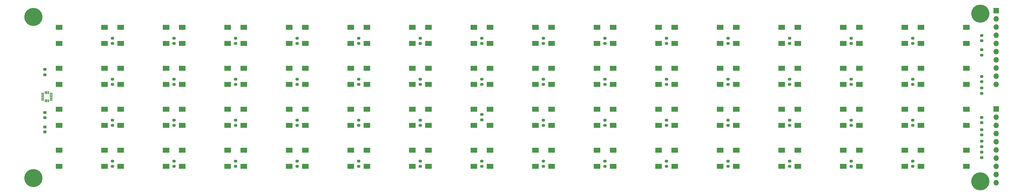
<source format=gts>
G04 #@! TF.GenerationSoftware,KiCad,Pcbnew,8.0.6*
G04 #@! TF.CreationDate,2025-05-06T17:21:28+09:00*
G04 #@! TF.ProjectId,PCB_Keys,5043425f-4b65-4797-932e-6b696361645f,rev?*
G04 #@! TF.SameCoordinates,Original*
G04 #@! TF.FileFunction,Soldermask,Top*
G04 #@! TF.FilePolarity,Negative*
%FSLAX46Y46*%
G04 Gerber Fmt 4.6, Leading zero omitted, Abs format (unit mm)*
G04 Created by KiCad (PCBNEW 8.0.6) date 2025-05-06 17:21:28*
%MOMM*%
%LPD*%
G01*
G04 APERTURE LIST*
G04 Aperture macros list*
%AMRoundRect*
0 Rectangle with rounded corners*
0 $1 Rounding radius*
0 $2 $3 $4 $5 $6 $7 $8 $9 X,Y pos of 4 corners*
0 Add a 4 corners polygon primitive as box body*
4,1,4,$2,$3,$4,$5,$6,$7,$8,$9,$2,$3,0*
0 Add four circle primitives for the rounded corners*
1,1,$1+$1,$2,$3*
1,1,$1+$1,$4,$5*
1,1,$1+$1,$6,$7*
1,1,$1+$1,$8,$9*
0 Add four rect primitives between the rounded corners*
20,1,$1+$1,$2,$3,$4,$5,0*
20,1,$1+$1,$4,$5,$6,$7,0*
20,1,$1+$1,$6,$7,$8,$9,0*
20,1,$1+$1,$8,$9,$2,$3,0*%
G04 Aperture macros list end*
%ADD10R,2.000000X1.500000*%
%ADD11RoundRect,0.200000X0.275000X-0.200000X0.275000X0.200000X-0.275000X0.200000X-0.275000X-0.200000X0*%
%ADD12R,1.700000X1.700000*%
%ADD13O,1.700000X1.700000*%
%ADD14RoundRect,0.200000X-0.275000X0.200000X-0.275000X-0.200000X0.275000X-0.200000X0.275000X0.200000X0*%
%ADD15RoundRect,0.225000X-0.250000X0.225000X-0.250000X-0.225000X0.250000X-0.225000X0.250000X0.225000X0*%
%ADD16C,5.600000*%
%ADD17R,0.813000X0.305000*%
%ADD18R,0.305000X0.813000*%
G04 APERTURE END LIST*
D10*
X200955000Y-140550000D03*
X214955000Y-140550000D03*
X200955000Y-145550000D03*
X214955000Y-145550000D03*
X181905000Y-153250000D03*
X195905000Y-153250000D03*
X181905000Y-158250000D03*
X195905000Y-158250000D03*
X258105000Y-140550000D03*
X272105000Y-140550000D03*
X258105000Y-145550000D03*
X272105000Y-145550000D03*
X67605000Y-165950000D03*
X81605000Y-165950000D03*
X67605000Y-170950000D03*
X81605000Y-170950000D03*
X181905000Y-165950000D03*
X195905000Y-165950000D03*
X181905000Y-170950000D03*
X195905000Y-170950000D03*
D11*
X122230000Y-158290000D03*
X122230000Y-156640000D03*
X312730000Y-132890000D03*
X312730000Y-131240000D03*
X160330000Y-170990000D03*
X160330000Y-169340000D03*
X353085000Y-148360000D03*
X353085000Y-146710000D03*
X160330000Y-158290000D03*
X160330000Y-156640000D03*
D10*
X162855000Y-140550000D03*
X176855000Y-140550000D03*
X162855000Y-145550000D03*
X176855000Y-145550000D03*
X67605000Y-153250000D03*
X81605000Y-153250000D03*
X67605000Y-158250000D03*
X81605000Y-158250000D03*
X239055000Y-140550000D03*
X253055000Y-140550000D03*
X239055000Y-145550000D03*
X253055000Y-145550000D03*
D11*
X331780000Y-170990000D03*
X331780000Y-169340000D03*
X122230000Y-132890000D03*
X122230000Y-131240000D03*
D10*
X124755000Y-127850000D03*
X138755000Y-127850000D03*
X124755000Y-132850000D03*
X138755000Y-132850000D03*
D12*
X357525000Y-122730000D03*
D13*
X357525000Y-125270000D03*
X357525000Y-127810000D03*
X357525000Y-130350000D03*
X357525000Y-132890000D03*
X357525000Y-135430000D03*
X357525000Y-137970000D03*
X357525000Y-140510000D03*
X357525000Y-143050000D03*
X357525000Y-145590000D03*
D10*
X315255000Y-153250000D03*
X329255000Y-153250000D03*
X315255000Y-158250000D03*
X329255000Y-158250000D03*
X105705000Y-153250000D03*
X119705000Y-153250000D03*
X105705000Y-158250000D03*
X119705000Y-158250000D03*
X220005000Y-127850000D03*
X234005000Y-127850000D03*
X220005000Y-132850000D03*
X234005000Y-132850000D03*
D11*
X255580000Y-170990000D03*
X255580000Y-169340000D03*
X353085000Y-168235000D03*
X353085000Y-166585000D03*
D10*
X181905000Y-140550000D03*
X195905000Y-140550000D03*
X181905000Y-145550000D03*
X195905000Y-145550000D03*
D11*
X312730000Y-158290000D03*
X312730000Y-156640000D03*
X84130000Y-132890000D03*
X84130000Y-131240000D03*
D10*
X239055000Y-165950000D03*
X253055000Y-165950000D03*
X239055000Y-170950000D03*
X253055000Y-170950000D03*
D14*
X353085000Y-163220000D03*
X353085000Y-164870000D03*
D10*
X220005000Y-165950000D03*
X234005000Y-165950000D03*
X220005000Y-170950000D03*
X234005000Y-170950000D03*
X162855000Y-127850000D03*
X176855000Y-127850000D03*
X162855000Y-132850000D03*
X176855000Y-132850000D03*
X220005000Y-153250000D03*
X234005000Y-153250000D03*
X220005000Y-158250000D03*
X234005000Y-158250000D03*
D11*
X353085000Y-161250000D03*
X353085000Y-159600000D03*
X103180000Y-158290000D03*
X103180000Y-156640000D03*
X217480000Y-132890000D03*
X217480000Y-131240000D03*
X179380000Y-158290000D03*
X179380000Y-156640000D03*
D15*
X63175000Y-154340000D03*
X63175000Y-155890000D03*
D10*
X277155000Y-165950000D03*
X291155000Y-165950000D03*
X277155000Y-170950000D03*
X291155000Y-170950000D03*
X86655000Y-140550000D03*
X100655000Y-140550000D03*
X86655000Y-145550000D03*
X100655000Y-145550000D03*
D11*
X274630000Y-145590000D03*
X274630000Y-143940000D03*
D10*
X143805000Y-165950000D03*
X157805000Y-165950000D03*
X143805000Y-170950000D03*
X157805000Y-170950000D03*
D11*
X274630000Y-132890000D03*
X274630000Y-131240000D03*
X236530000Y-132890000D03*
X236530000Y-131240000D03*
D10*
X296205000Y-127850000D03*
X310205000Y-127850000D03*
X296205000Y-132850000D03*
X310205000Y-132850000D03*
D11*
X274630000Y-170990000D03*
X274630000Y-169340000D03*
D16*
X352635000Y-123630000D03*
D10*
X200955000Y-153250000D03*
X214955000Y-153250000D03*
X200955000Y-158250000D03*
X214955000Y-158250000D03*
D11*
X293680000Y-145590000D03*
X293680000Y-143940000D03*
X179380000Y-170990000D03*
X179380000Y-169340000D03*
X331780000Y-158290000D03*
X331780000Y-156640000D03*
X255580000Y-132890000D03*
X255580000Y-131240000D03*
D17*
X65090000Y-150400000D03*
X65090000Y-149900000D03*
X65090000Y-149400000D03*
X65090000Y-148900000D03*
X65090000Y-148400000D03*
D18*
X64315000Y-148125000D03*
X63815000Y-148125000D03*
X63315000Y-148125000D03*
D17*
X62540000Y-148400000D03*
X62540000Y-148900000D03*
X62540000Y-149400000D03*
X62540000Y-149900000D03*
X62540000Y-150400000D03*
D18*
X63315000Y-150675000D03*
X63815000Y-150675000D03*
X64315000Y-150675000D03*
D11*
X293680000Y-170990000D03*
X293680000Y-169340000D03*
D10*
X124755000Y-140550000D03*
X138755000Y-140550000D03*
X124755000Y-145550000D03*
X138755000Y-145550000D03*
X181905000Y-127850000D03*
X195905000Y-127850000D03*
X181905000Y-132850000D03*
X195905000Y-132850000D03*
D11*
X84130000Y-158290000D03*
X84130000Y-156640000D03*
D10*
X200955000Y-127850000D03*
X214955000Y-127850000D03*
X200955000Y-132850000D03*
X214955000Y-132850000D03*
X124755000Y-165950000D03*
X138755000Y-165950000D03*
X124755000Y-170950000D03*
X138755000Y-170950000D03*
D11*
X103180000Y-132890000D03*
X103180000Y-131240000D03*
X255580000Y-145590000D03*
X255580000Y-143940000D03*
D10*
X239055000Y-153250000D03*
X253055000Y-153250000D03*
X239055000Y-158250000D03*
X253055000Y-158250000D03*
D11*
X312730000Y-170990000D03*
X312730000Y-169340000D03*
D16*
X59635000Y-174630000D03*
D10*
X334305000Y-140550000D03*
X348305000Y-140550000D03*
X334305000Y-145550000D03*
X348305000Y-145550000D03*
D11*
X141280000Y-132890000D03*
X141280000Y-131240000D03*
D10*
X258105000Y-165950000D03*
X272105000Y-165950000D03*
X258105000Y-170950000D03*
X272105000Y-170950000D03*
D11*
X103180000Y-145590000D03*
X103180000Y-143940000D03*
D10*
X143805000Y-127850000D03*
X157805000Y-127850000D03*
X143805000Y-132850000D03*
X157805000Y-132850000D03*
D11*
X217480000Y-170990000D03*
X217480000Y-169340000D03*
D10*
X162855000Y-153250000D03*
X176855000Y-153250000D03*
X162855000Y-158250000D03*
X176855000Y-158250000D03*
D11*
X160330000Y-132890000D03*
X160330000Y-131240000D03*
D10*
X105705000Y-165950000D03*
X119705000Y-165950000D03*
X105705000Y-170950000D03*
X119705000Y-170950000D03*
D11*
X141280000Y-145590000D03*
X141280000Y-143940000D03*
X217480000Y-145590000D03*
X217480000Y-143940000D03*
D16*
X59635000Y-124630000D03*
D11*
X236530000Y-145590000D03*
X236530000Y-143940000D03*
X293680000Y-132890000D03*
X293680000Y-131240000D03*
X84130000Y-145590000D03*
X84130000Y-143940000D03*
X353085000Y-136485000D03*
X353085000Y-134835000D03*
X331780000Y-132890000D03*
X331780000Y-131240000D03*
D10*
X334305000Y-153250000D03*
X348305000Y-153250000D03*
X334305000Y-158250000D03*
X348305000Y-158250000D03*
X200955000Y-165950000D03*
X214955000Y-165950000D03*
X200955000Y-170950000D03*
X214955000Y-170950000D03*
X105705000Y-140550000D03*
X119705000Y-140550000D03*
X105705000Y-145550000D03*
X119705000Y-145550000D03*
D11*
X122230000Y-170990000D03*
X122230000Y-169340000D03*
D10*
X315255000Y-140550000D03*
X329255000Y-140550000D03*
X315255000Y-145550000D03*
X329255000Y-145550000D03*
D15*
X63175000Y-158785000D03*
X63175000Y-160335000D03*
D10*
X239055000Y-127850000D03*
X253055000Y-127850000D03*
X239055000Y-132850000D03*
X253055000Y-132850000D03*
X143805000Y-140550000D03*
X157805000Y-140550000D03*
X143805000Y-145550000D03*
X157805000Y-145550000D03*
D11*
X122230000Y-145590000D03*
X122230000Y-143940000D03*
D10*
X86655000Y-153250000D03*
X100655000Y-153250000D03*
X86655000Y-158250000D03*
X100655000Y-158250000D03*
X258105000Y-153250000D03*
X272105000Y-153250000D03*
X258105000Y-158250000D03*
X272105000Y-158250000D03*
X124755000Y-153250000D03*
X138755000Y-153250000D03*
X124755000Y-158250000D03*
X138755000Y-158250000D03*
X296205000Y-140550000D03*
X310205000Y-140550000D03*
X296205000Y-145550000D03*
X310205000Y-145550000D03*
D11*
X217480000Y-158290000D03*
X217480000Y-156640000D03*
D10*
X86655000Y-165950000D03*
X100655000Y-165950000D03*
X86655000Y-170950000D03*
X100655000Y-170950000D03*
D11*
X179380000Y-132890000D03*
X179380000Y-131240000D03*
D10*
X143805000Y-153250000D03*
X157805000Y-153250000D03*
X143805000Y-158250000D03*
X157805000Y-158250000D03*
D11*
X103180000Y-170990000D03*
X103180000Y-169340000D03*
X179380000Y-145590000D03*
X179380000Y-143940000D03*
X293680000Y-158290000D03*
X293680000Y-156640000D03*
X141280000Y-158290000D03*
X141280000Y-156640000D03*
X198430000Y-156575000D03*
X198430000Y-154925000D03*
X312730000Y-145590000D03*
X312730000Y-143940000D03*
D14*
X63175000Y-140955000D03*
X63175000Y-142605000D03*
D10*
X105705000Y-127850000D03*
X119705000Y-127850000D03*
X105705000Y-132850000D03*
X119705000Y-132850000D03*
X162855000Y-165950000D03*
X176855000Y-165950000D03*
X162855000Y-170950000D03*
X176855000Y-170950000D03*
X277155000Y-153250000D03*
X291155000Y-153250000D03*
X277155000Y-158250000D03*
X291155000Y-158250000D03*
X258105000Y-127850000D03*
X272105000Y-127850000D03*
X258105000Y-132850000D03*
X272105000Y-132850000D03*
X67605000Y-140550000D03*
X81605000Y-140550000D03*
X67605000Y-145550000D03*
X81605000Y-145550000D03*
D14*
X353085000Y-155790000D03*
X353085000Y-157440000D03*
D11*
X160330000Y-145590000D03*
X160330000Y-143940000D03*
D14*
X353085000Y-130390000D03*
X353085000Y-132040000D03*
D10*
X86655000Y-127850000D03*
X100655000Y-127850000D03*
X86655000Y-132850000D03*
X100655000Y-132850000D03*
D11*
X236530000Y-170990000D03*
X236530000Y-169340000D03*
D10*
X334305000Y-165950000D03*
X348305000Y-165950000D03*
X334305000Y-170950000D03*
X348305000Y-170950000D03*
X296205000Y-165950000D03*
X310205000Y-165950000D03*
X296205000Y-170950000D03*
X310205000Y-170950000D03*
D12*
X357525000Y-153210000D03*
D13*
X357525000Y-155750000D03*
X357525000Y-158290000D03*
X357525000Y-160830000D03*
X357525000Y-163370000D03*
X357525000Y-165910000D03*
X357525000Y-168450000D03*
X357525000Y-170990000D03*
X357525000Y-173530000D03*
X357525000Y-176070000D03*
D11*
X198430000Y-145590000D03*
X198430000Y-143940000D03*
X198430000Y-132890000D03*
X198430000Y-131240000D03*
D10*
X315255000Y-165950000D03*
X329255000Y-165950000D03*
X315255000Y-170950000D03*
X329255000Y-170950000D03*
D11*
X198430000Y-170990000D03*
X198430000Y-169340000D03*
D10*
X277155000Y-127850000D03*
X291155000Y-127850000D03*
X277155000Y-132850000D03*
X291155000Y-132850000D03*
X67605000Y-127850000D03*
X81605000Y-127850000D03*
X67605000Y-132850000D03*
X81605000Y-132850000D03*
D11*
X236530000Y-158290000D03*
X236530000Y-156640000D03*
D16*
X352635000Y-175630000D03*
D14*
X353085000Y-143090000D03*
X353085000Y-144740000D03*
D11*
X255580000Y-158290000D03*
X255580000Y-156640000D03*
D10*
X220005000Y-140550000D03*
X234005000Y-140550000D03*
X220005000Y-145550000D03*
X234005000Y-145550000D03*
X315255000Y-127850000D03*
X329255000Y-127850000D03*
X315255000Y-132850000D03*
X329255000Y-132850000D03*
D11*
X84130000Y-170990000D03*
X84130000Y-169340000D03*
D10*
X334305000Y-127850000D03*
X348305000Y-127850000D03*
X334305000Y-132850000D03*
X348305000Y-132850000D03*
X277155000Y-140550000D03*
X291155000Y-140550000D03*
X277155000Y-145550000D03*
X291155000Y-145550000D03*
X296205000Y-153250000D03*
X310205000Y-153250000D03*
X296205000Y-158250000D03*
X310205000Y-158250000D03*
D11*
X274630000Y-158290000D03*
X274630000Y-156640000D03*
X141280000Y-170990000D03*
X141280000Y-169340000D03*
X331780000Y-145590000D03*
X331780000Y-143940000D03*
M02*

</source>
